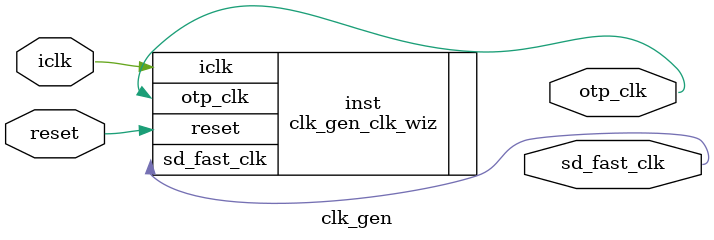
<source format=v>


`timescale 1ps/1ps

(* CORE_GENERATION_INFO = "clk_gen,clk_wiz_v6_0_6_0_0,{component_name=clk_gen,use_phase_alignment=true,use_min_o_jitter=false,use_max_i_jitter=false,use_dyn_phase_shift=false,use_inclk_switchover=false,use_dyn_reconfig=false,enable_axi=0,feedback_source=FDBK_AUTO,PRIMITIVE=MMCM,num_out_clk=2,clkin1_period=8.000,clkin2_period=10.000,use_power_down=false,use_reset=true,use_locked=false,use_inclk_stopped=false,feedback_type=SINGLE,CLOCK_MGR_TYPE=NA,manual_override=false}" *)

module clk_gen 
 (
  // Clock out ports
  output        otp_clk,
  output        sd_fast_clk,
  // Status and control signals
  input         reset,
 // Clock in ports
  input         iclk
 );

  clk_gen_clk_wiz inst
  (
  // Clock out ports  
  .otp_clk(otp_clk),
  .sd_fast_clk(sd_fast_clk),
  // Status and control signals               
  .reset(reset), 
 // Clock in ports
  .iclk(iclk)
  );

endmodule

</source>
